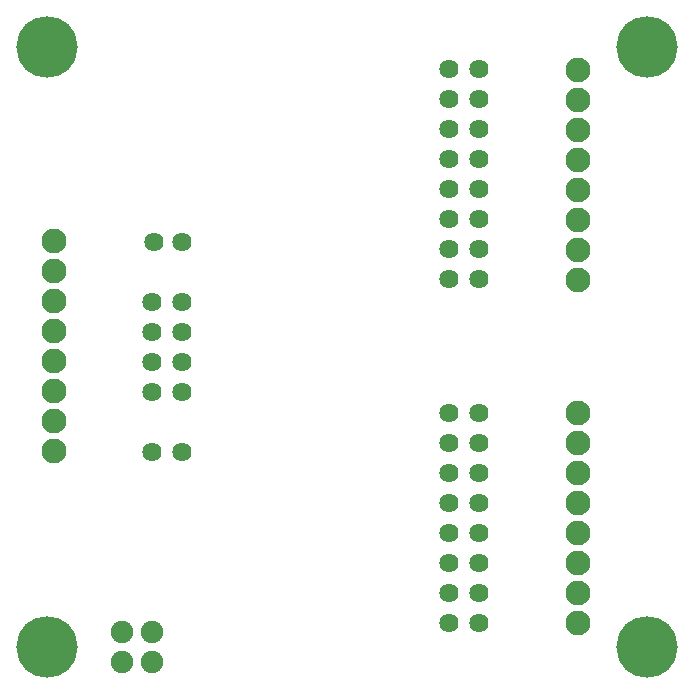
<source format=gbs>
G04 Layer: BottomSolderMaskLayer*
G04 EasyEDA v6.5.32, 2023-07-30 21:58:18*
G04 7de9140c348b43c9878d0c7d88b18126,5a6b42c53f6a479593ecc07194224c93,10*
G04 Gerber Generator version 0.2*
G04 Scale: 100 percent, Rotated: No, Reflected: No *
G04 Dimensions in millimeters *
G04 leading zeros omitted , absolute positions ,4 integer and 5 decimal *
%FSLAX45Y45*%
%MOMM*%

%ADD10C,5.2032*%
%ADD11C,1.6256*%
%ADD12C,1.9016*%
%ADD13C,2.1016*%

%LPD*%
D10*
G01*
X5461000Y381000D03*
G01*
X381000Y381000D03*
G01*
X381000Y5461000D03*
G01*
X5461000Y5461000D03*
D11*
G01*
X4038600Y3492500D03*
G01*
X3784600Y3492500D03*
G01*
X4038600Y3746500D03*
G01*
X3784600Y3746500D03*
G01*
X3784600Y4254500D03*
G01*
X4038600Y4254500D03*
G01*
X3784600Y4000500D03*
G01*
X4038600Y4000500D03*
G01*
X4038600Y5016500D03*
G01*
X3784600Y5016500D03*
G01*
X4038600Y5270500D03*
G01*
X3784600Y5270500D03*
G01*
X3784600Y4762500D03*
G01*
X4038600Y4762500D03*
G01*
X3784600Y4508500D03*
G01*
X4038600Y4508500D03*
G01*
X4038600Y1600200D03*
G01*
X3784600Y1600200D03*
G01*
X4038600Y1854200D03*
G01*
X3784600Y1854200D03*
G01*
X3784600Y2362200D03*
G01*
X4038600Y2362200D03*
G01*
X3784600Y2108200D03*
G01*
X4038600Y2108200D03*
G01*
X4038600Y1092200D03*
G01*
X3784600Y1092200D03*
G01*
X4038600Y1346200D03*
G01*
X3784600Y1346200D03*
G01*
X3784600Y838200D03*
G01*
X4038600Y838200D03*
G01*
X3784600Y584200D03*
G01*
X4038600Y584200D03*
G01*
X1270000Y2794000D03*
G01*
X1524000Y2794000D03*
G01*
X1270000Y2540000D03*
G01*
X1524000Y2540000D03*
G01*
X1524000Y2032000D03*
G01*
X1270000Y2032000D03*
G01*
X1270000Y3302000D03*
G01*
X1524000Y3302000D03*
G01*
X1270000Y3048000D03*
G01*
X1524000Y3048000D03*
G01*
X1524000Y3810000D03*
G01*
X1282700Y3810000D03*
D12*
G01*
X1270000Y254000D03*
G01*
X1270000Y508000D03*
G01*
X1016000Y508000D03*
G01*
X1016000Y254000D03*
D13*
G01*
X435406Y3812794D03*
G01*
X435406Y3558794D03*
G01*
X435406Y3304794D03*
G01*
X435406Y3050794D03*
G01*
X435406Y2796794D03*
G01*
X435406Y2542794D03*
G01*
X435406Y2288794D03*
G01*
X435406Y2034794D03*
G01*
X4873193Y5267705D03*
G01*
X4873193Y5013705D03*
G01*
X4873193Y4759705D03*
G01*
X4873193Y4505705D03*
G01*
X4873193Y4251705D03*
G01*
X4873193Y3997705D03*
G01*
X4873193Y3743705D03*
G01*
X4873193Y3489705D03*
G01*
X4873218Y581405D03*
G01*
X4873218Y835405D03*
G01*
X4873218Y1089405D03*
G01*
X4873218Y1343405D03*
G01*
X4873218Y1597405D03*
G01*
X4873218Y1851405D03*
G01*
X4873218Y2105405D03*
G01*
X4873218Y2359405D03*
M02*

</source>
